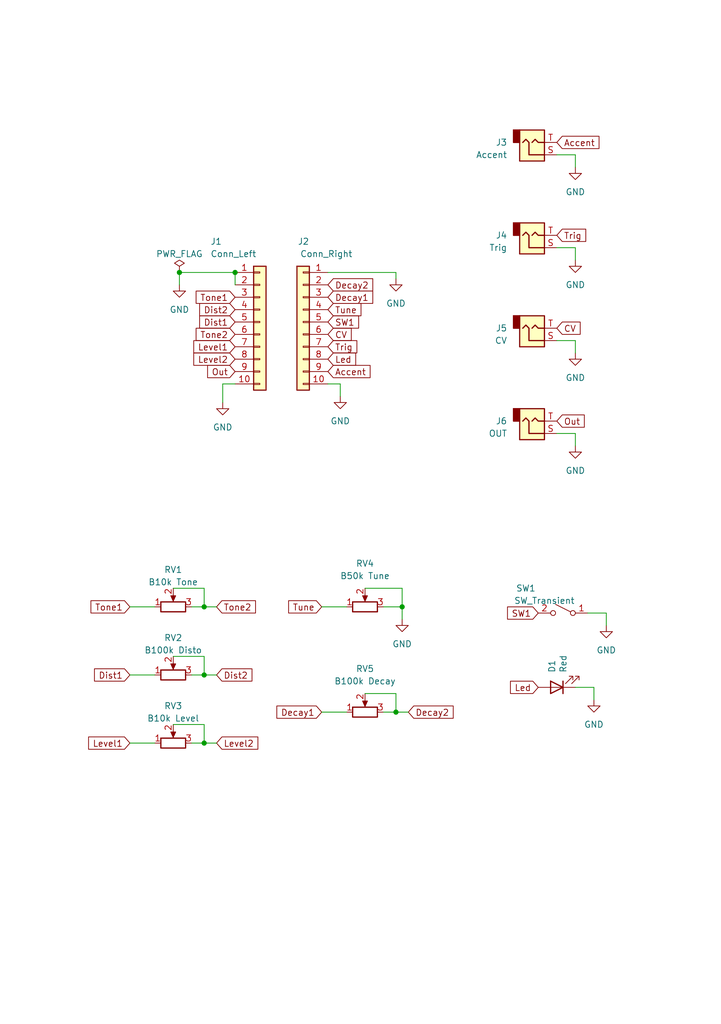
<source format=kicad_sch>
(kicad_sch (version 20230121) (generator eeschema)
  (paper "A5" portrait)
  (lib_symbols
    (symbol "Connector_Audio:AudioJack2"
      (property "Reference" "J" (at 0 8.89 0))
      (property "Value" "AudioJack2" (at 0 6.35 0))
      (symbol "AudioJack2_0_1"
        (rectangle (start -3.81 0) (end -2.54 -2.54) (stroke (width 0.254)) (fill (type outline)))
        (rectangle (start -2.54 3.81) (end 2.54 -2.54) (stroke (width 0.254)) (fill (type background)))
        (polyline (pts (xy 0 0) (xy 0.635 -0.635) (xy 1.27 0) (xy 2.54 0)) (stroke (width 0.254)))
        (polyline (pts (xy 2.54 2.54) (xy -0.635 2.54) (xy -0.635 0) (xy -1.27 -0.635) (xy -1.905 0)) (stroke (width 0.254)))
      )
      (symbol "AudioJack2_1_1"
        (pin passive line (at 5.08 2.54 180) (length 2.54) (name "~") (number "S"))
        (pin passive line (at 5.08 0 180) (length 2.54) (name "~") (number "T"))
      )
    )
    (symbol "Connector_Generic:Conn_01x10" (pin_names (offset 1.016) hide)
      (property "Reference" "J" (at 0 12.7 0))
      (property "Value" "Conn_01x10" (at 0 -15.24 0))
      (symbol "Conn_01x10_1_1"
        (rectangle (start -1.27 -12.573) (end 0 -12.827) (stroke (width 0.1524)))
        (rectangle (start -1.27 -10.033) (end 0 -10.287) (stroke (width 0.1524)))
        (rectangle (start -1.27 -7.493) (end 0 -7.747) (stroke (width 0.1524)))
        (rectangle (start -1.27 -4.953) (end 0 -5.207) (stroke (width 0.1524)))
        (rectangle (start -1.27 -2.413) (end 0 -2.667) (stroke (width 0.1524)))
        (rectangle (start -1.27 0.127) (end 0 -0.127) (stroke (width 0.1524)))
        (rectangle (start -1.27 2.667) (end 0 2.413) (stroke (width 0.1524)))
        (rectangle (start -1.27 5.207) (end 0 4.953) (stroke (width 0.1524)))
        (rectangle (start -1.27 7.747) (end 0 7.493) (stroke (width 0.1524)))
        (rectangle (start -1.27 10.287) (end 0 10.033) (stroke (width 0.1524)))
        (rectangle (start -1.27 11.43) (end 1.27 -13.97) (stroke (width 0.254)) (fill (type background)))
        (pin passive line (at -5.08 10.16 0) (length 3.81) (name "Pin_1") (number "1"))
        (pin passive line (at -5.08 -12.7 0) (length 3.81) (name "Pin_10") (number "10"))
        (pin passive line (at -5.08 7.62 0) (length 3.81) (name "Pin_2") (number "2"))
        (pin passive line (at -5.08 5.08 0) (length 3.81) (name "Pin_3") (number "3"))
        (pin passive line (at -5.08 2.54 0) (length 3.81) (name "Pin_4") (number "4"))
        (pin passive line (at -5.08 0 0) (length 3.81) (name "Pin_5") (number "5"))
        (pin passive line (at -5.08 -2.54 0) (length 3.81) (name "Pin_6") (number "6"))
        (pin passive line (at -5.08 -5.08 0) (length 3.81) (name "Pin_7") (number "7"))
        (pin passive line (at -5.08 -7.62 0) (length 3.81) (name "Pin_8") (number "8"))
        (pin passive line (at -5.08 -10.16 0) (length 3.81) (name "Pin_9") (number "9"))
      )
    )
    (symbol "Device:LED" (pin_numbers hide) (pin_names (offset 1.016) hide)
      (property "Reference" "D" (at 0 2.54 0))
      (property "Value" "LED" (at 0 -2.54 0))
      (symbol "LED_0_1"
        (polyline (pts (xy -1.27 -1.27) (xy -1.27 1.27)) (stroke (width 0.254)))
        (polyline (pts (xy -1.27 0) (xy 1.27 0)))
        (polyline (pts (xy 1.27 -1.27) (xy 1.27 1.27) (xy -1.27 0) (xy 1.27 -1.27)) (stroke (width 0.254)))
        (polyline (pts (xy -3.048 -0.762) (xy -4.572 -2.286) (xy -3.81 -2.286) (xy -4.572 -2.286) (xy -4.572 -1.524)))
        (polyline (pts (xy -1.778 -0.762) (xy -3.302 -2.286) (xy -2.54 -2.286) (xy -3.302 -2.286) (xy -3.302 -1.524)))
      )
      (symbol "LED_1_1"
        (pin passive line (at -3.81 0 0) (length 2.54) (name "K") (number "1"))
        (pin passive line (at 3.81 0 180) (length 2.54) (name "A") (number "2"))
      )
    )
    (symbol "Device:R_Potentiometer" (pin_names (offset 1.016) hide)
      (property "Reference" "RV" (at -4.445 0 90))
      (property "Value" "R_Potentiometer" (at -2.54 0 90))
      (symbol "R_Potentiometer_0_1"
        (polyline (pts (xy 2.54 0) (xy 1.524 0)))
        (polyline (pts (xy 1.143 0) (xy 2.286 0.508) (xy 2.286 -0.508) (xy 1.143 0)) (fill (type outline)))
        (rectangle (start 1.016 2.54) (end -1.016 -2.54) (stroke (width 0.254)))
      )
      (symbol "R_Potentiometer_1_1"
        (pin passive line (at 0 3.81 270) (length 1.27) (name "1") (number "1"))
        (pin passive line (at 3.81 0 180) (length 1.27) (name "2") (number "2"))
        (pin passive line (at 0 -3.81 90) (length 1.27) (name "3") (number "3"))
      )
    )
    (symbol "Switch:SW_SPST" (pin_names (offset 0) hide)
      (property "Reference" "SW" (at 0 3.175 0))
      (property "Value" "SW_SPST" (at 0 -2.54 0))
      (symbol "SW_SPST_0_0"
        (circle (center -2.032 0) (radius 0.508))
        (polyline (pts (xy -1.524 0.254) (xy 1.524 1.778)))
        (circle (center 2.032 0) (radius 0.508))
      )
      (symbol "SW_SPST_1_1"
        (pin passive line (at -5.08 0 0) (length 2.54) (name "A") (number "1"))
        (pin passive line (at 5.08 0 180) (length 2.54) (name "B") (number "2"))
      )
    )
    (symbol "power:GND" (power) (pin_names (offset 0))
      (property "Value" "GND" (at 0 -3.81 0))
      (symbol "GND_0_1"
        (polyline (pts (xy 0 0) (xy 0 -1.27) (xy 1.27 -1.27) (xy 0 -2.54) (xy -1.27 -1.27) (xy 0 -1.27)))
      )
      (symbol "GND_1_1"
        (pin power_in line (at 0 0 270) (length 0) hide (name "GND") (number "1"))
      )
    )
    (symbol "power:PWR_FLAG" (power) (pin_numbers hide) (pin_names (offset 0) hide)
      (property "Value" "PWR_FLAG" (at 0 3.81 0))
      (symbol "PWR_FLAG_0_0"
        (pin power_out line (at 0 0 90) (length 0) (name "pwr") (number "1"))
      )
      (symbol "PWR_FLAG_0_1"
        (polyline (pts (xy 0 0) (xy 0 1.27) (xy -1.016 1.905) (xy 0 2.54) (xy 1.016 1.905) (xy 0 1.27)))
      )
    )
  )
  (junction (at 82.55 124.46))
  (junction (at 81.28 146.05))
  (junction (at 41.91 138.43))
  (junction (at 48.26 55.88))
  (junction (at 41.91 152.4))
  (junction (at 41.91 124.46))
  (junction (at 36.83 55.88))
  (wire (pts (xy 114.3 50.8) (xy 118.11 50.8)))
  (wire (pts (xy 114.3 31.75) (xy 118.11 31.75)))
  (wire (pts (xy 35.56 148.59) (xy 41.91 148.59)))
  (wire (pts (xy 82.55 120.65) (xy 82.55 124.46)))
  (wire (pts (xy 81.28 142.24) (xy 81.28 146.05)))
  (wire (pts (xy 67.31 78.74) (xy 69.85 78.74)))
  (wire (pts (xy 41.91 152.4) (xy 44.45 152.4)))
  (wire (pts (xy 45.72 78.74) (xy 45.72 82.55)))
  (wire (pts (xy 78.74 124.46) (xy 82.55 124.46)))
  (wire (pts (xy 35.56 134.62) (xy 41.91 134.62)))
  (wire (pts (xy 124.46 125.73) (xy 124.46 128.27)))
  (wire (pts (xy 82.55 124.46) (xy 82.55 127)))
  (wire (pts (xy 74.93 142.24) (xy 81.28 142.24)))
  (wire (pts (xy 121.92 140.97) (xy 121.92 143.51)))
  (wire (pts (xy 69.85 78.74) (xy 69.85 81.28)))
  (wire (pts (xy 78.74 146.05) (xy 81.28 146.05)))
  (wire (pts (xy 118.11 69.85) (xy 118.11 72.39)))
  (wire (pts (xy 74.93 120.65) (xy 82.55 120.65)))
  (wire (pts (xy 36.83 58.42) (xy 36.83 55.88)))
  (wire (pts (xy 114.3 88.9) (xy 118.11 88.9)))
  (wire (pts (xy 66.04 146.05) (xy 71.12 146.05)))
  (wire (pts (xy 81.28 146.05) (xy 83.82 146.05)))
  (wire (pts (xy 39.37 138.43) (xy 41.91 138.43)))
  (wire (pts (xy 26.67 138.43) (xy 31.75 138.43)))
  (wire (pts (xy 39.37 124.46) (xy 41.91 124.46)))
  (wire (pts (xy 41.91 124.46) (xy 44.45 124.46)))
  (wire (pts (xy 26.67 124.46) (xy 31.75 124.46)))
  (wire (pts (xy 35.56 120.65) (xy 41.91 120.65)))
  (wire (pts (xy 41.91 138.43) (xy 44.45 138.43)))
  (wire (pts (xy 41.91 134.62) (xy 41.91 138.43)))
  (wire (pts (xy 118.11 50.8) (xy 118.11 53.34)))
  (wire (pts (xy 118.11 88.9) (xy 118.11 91.44)))
  (wire (pts (xy 48.26 55.88) (xy 48.26 58.42)))
  (wire (pts (xy 26.67 152.4) (xy 31.75 152.4)))
  (wire (pts (xy 41.91 120.65) (xy 41.91 124.46)))
  (wire (pts (xy 114.3 69.85) (xy 118.11 69.85)))
  (wire (pts (xy 67.31 55.88) (xy 81.28 55.88)))
  (wire (pts (xy 36.83 55.88) (xy 48.26 55.88)))
  (wire (pts (xy 81.28 55.88) (xy 81.28 57.15)))
  (wire (pts (xy 66.04 124.46) (xy 71.12 124.46)))
  (wire (pts (xy 39.37 152.4) (xy 41.91 152.4)))
  (wire (pts (xy 48.26 78.74) (xy 45.72 78.74)))
  (wire (pts (xy 120.65 125.73) (xy 124.46 125.73)))
  (wire (pts (xy 41.91 148.59) (xy 41.91 152.4)))
  (wire (pts (xy 118.11 31.75) (xy 118.11 34.29)))
  (wire (pts (xy 118.11 140.97) (xy 121.92 140.97)))
  (global_label "CV" (shape input) (at 67.31 68.58 0) (property "Intersheetrefs" "${INTERSHEET_REFS}" (effects hide)))
  (global_label "Tune" (shape input) (at 66.04 124.46 180) (property "Intersheetrefs" "${INTERSHEET_REFS}" (effects hide)))
  (global_label "Dist1" (shape input) (at 48.26 66.04 180) (property "Intersheetrefs" "${INTERSHEET_REFS}" (effects hide)))
  (global_label "Dist1" (shape input) (at 26.67 138.43 180) (property "Intersheetrefs" "${INTERSHEET_REFS}" (effects hide)))
  (global_label "Out" (shape input) (at 114.3 86.36 0) (property "Intersheetrefs" "${INTERSHEET_REFS}" (effects hide)))
  (global_label "Level2" (shape input) (at 44.45 152.4 0) (property "Intersheetrefs" "${INTERSHEET_REFS}" (effects hide)))
  (global_label "Trig" (shape input) (at 67.31 71.12 0) (property "Intersheetrefs" "${INTERSHEET_REFS}" (effects hide)))
  (global_label "Tone2" (shape input) (at 48.26 68.58 180) (property "Intersheetrefs" "${INTERSHEET_REFS}" (effects hide)))
  (global_label "Accent" (shape input) (at 114.3 29.21 0) (property "Intersheetrefs" "${INTERSHEET_REFS}" (effects hide)))
  (global_label "Decay2" (shape input) (at 67.31 58.42 0) (property "Intersheetrefs" "${INTERSHEET_REFS}" (effects hide)))
  (global_label "CV" (shape input) (at 114.3 67.31 0) (property "Intersheetrefs" "${INTERSHEET_REFS}" (effects hide)))
  (global_label "SW1" (shape input) (at 110.49 125.73 180) (property "Intersheetrefs" "${INTERSHEET_REFS}" (effects hide)))
  (global_label "Dist2" (shape input) (at 44.45 138.43 0) (property "Intersheetrefs" "${INTERSHEET_REFS}" (effects hide)))
  (global_label "Accent" (shape input) (at 67.31 76.2 0) (property "Intersheetrefs" "${INTERSHEET_REFS}" (effects hide)))
  (global_label "Tone1" (shape input) (at 48.26 60.96 180) (property "Intersheetrefs" "${INTERSHEET_REFS}" (effects hide)))
  (global_label "SW1" (shape input) (at 67.31 66.04 0) (property "Intersheetrefs" "${INTERSHEET_REFS}" (effects hide)))
  (global_label "Trig" (shape input) (at 114.3 48.26 0) (property "Intersheetrefs" "${INTERSHEET_REFS}" (effects hide)))
  (global_label "Led" (shape input) (at 67.31 73.66 0) (property "Intersheetrefs" "${INTERSHEET_REFS}" (effects hide)))
  (global_label "Tune" (shape input) (at 67.31 63.5 0) (property "Intersheetrefs" "${INTERSHEET_REFS}" (effects hide)))
  (global_label "Decay1" (shape input) (at 66.04 146.05 180) (property "Intersheetrefs" "${INTERSHEET_REFS}" (effects hide)))
  (global_label "Dist2" (shape input) (at 48.26 63.5 180) (property "Intersheetrefs" "${INTERSHEET_REFS}" (effects hide)))
  (global_label "Out" (shape input) (at 48.26 76.2 180) (property "Intersheetrefs" "${INTERSHEET_REFS}" (effects hide)))
  (global_label "Led" (shape input) (at 110.49 140.97 180) (property "Intersheetrefs" "${INTERSHEET_REFS}" (effects hide)))
  (global_label "Level1" (shape input) (at 48.26 71.12 180) (property "Intersheetrefs" "${INTERSHEET_REFS}" (effects hide)))
  (global_label "Level2" (shape input) (at 48.26 73.66 180) (property "Intersheetrefs" "${INTERSHEET_REFS}" (effects hide)))
  (global_label "Tone1" (shape input) (at 26.67 124.46 180) (property "Intersheetrefs" "${INTERSHEET_REFS}" (effects hide)))
  (global_label "Level1" (shape input) (at 26.67 152.4 180) (property "Intersheetrefs" "${INTERSHEET_REFS}" (effects hide)))
  (global_label "Decay2" (shape input) (at 83.82 146.05 0) (property "Intersheetrefs" "${INTERSHEET_REFS}" (effects hide)))
  (global_label "Decay1" (shape input) (at 67.31 60.96 0) (property "Intersheetrefs" "${INTERSHEET_REFS}" (effects hide)))
  (global_label "Tone2" (shape input) (at 44.45 124.46 0) (property "Intersheetrefs" "${INTERSHEET_REFS}" (effects hide)))
  (symbol (lib_id "Device:R_Potentiometer") (at 74.93 146.05 90) (unit 1)
    (property "Reference" "RV5" (at 74.93 137.16 90))
    (property "Value" "B100k Decay" (at 74.93 139.7 90))
    (property "Footprint" "Drum-K:Potentiometer_Alps_RK09L_Single_Vertical" (effects hide))
  )
  (symbol (lib_id "power:GND") (at 69.85 81.28 0) (unit 1)
    (property "Reference" "#PWR03" (effects hide))
    (property "Value" "GND" (at 69.85 86.36 0))
  )
  (symbol (lib_id "Device:R_Potentiometer") (at 35.56 138.43 90) (unit 1)
    (property "Reference" "RV2" (at 35.56 130.81 90))
    (property "Value" "B100k Disto" (at 35.56 133.35 90))
    (property "Footprint" "Drum-K:Potentiometer_Alps_RK09L_Single_Vertical" (effects hide))
  )
  (symbol (lib_id "power:PWR_FLAG") (at 36.83 55.88 0) (unit 1)
    (property "Reference" "#FLG01" (effects hide))
    (property "Value" "PWR_FLAG" (at 36.83 52.07 0))
  )
  (symbol (lib_id "Connector_Generic:Conn_01x10") (at 53.34 66.04 0) (unit 1)
    (property "Reference" "J1" (at 43.18 49.53 0) (effects (justify left)))
    (property "Value" "Conn_Left" (at 43.18 52.07 0) (effects (justify left)))
    (property "Footprint" "Drum-K:PinHeader_1x10" (effects hide))
  )
  (symbol (lib_id "Device:R_Potentiometer") (at 35.56 152.4 90) (unit 1)
    (property "Reference" "RV3" (at 35.56 144.78 90))
    (property "Value" "B10k Level" (at 35.56 147.32 90))
    (property "Footprint" "Drum-K:Potentiometer_Alps_RK09L_Single_Vertical" (effects hide))
  )
  (symbol (lib_id "Connector_Audio:AudioJack2") (at 109.22 67.31 0) (mirror x) (unit 1)
    (property "Reference" "J5" (at 104.14 67.31 0) (effects (justify right)))
    (property "Value" "CV" (at 104.14 69.85 0) (effects (justify right)))
    (property "Footprint" "Drum-K:Jack_3.5mm_Vertical" (effects hide))
  )
  (symbol (lib_id "Device:R_Potentiometer") (at 35.56 124.46 90) (unit 1)
    (property "Reference" "RV1" (at 35.56 116.84 90))
    (property "Value" "B10k Tone" (at 35.56 119.38 90))
    (property "Footprint" "Drum-K:Potentiometer_Alps_RK09L_Single_Vertical" (effects hide))
  )
  (symbol (lib_id "power:GND") (at 118.11 34.29 0) (unit 1)
    (property "Reference" "#PWR06" (effects hide))
    (property "Value" "GND" (at 118.11 39.37 0))
  )
  (symbol (lib_id "Connector_Generic:Conn_01x10") (at 62.23 66.04 0) (mirror y) (unit 1)
    (property "Reference" "J2" (at 63.5 49.53 0) (effects (justify left)))
    (property "Value" "Conn_Right" (at 72.39 52.07 0) (effects (justify left)))
    (property "Footprint" "Drum-K:PinHeader_1x10" (effects hide))
  )
  (symbol (lib_id "power:GND") (at 81.28 57.15 0) (unit 1)
    (property "Reference" "#PWR04" (effects hide))
    (property "Value" "GND" (at 81.28 62.23 0))
  )
  (symbol (lib_id "power:GND") (at 118.11 72.39 0) (unit 1)
    (property "Reference" "#PWR08" (effects hide))
    (property "Value" "GND" (at 118.11 77.47 0))
  )
  (symbol (lib_id "power:GND") (at 118.11 91.44 0) (unit 1)
    (property "Reference" "#PWR09" (effects hide))
    (property "Value" "GND" (at 118.11 96.52 0))
  )
  (symbol (lib_id "Switch:SW_SPST") (at 115.57 125.73 0) (mirror y) (unit 1)
    (property "Reference" "SW1" (at 107.95 120.65 0))
    (property "Value" "SW_Transient" (at 111.76 123.19 0))
    (property "Footprint" "Drum-K:Switch_MTS102" (effects hide))
  )
  (symbol (lib_id "Connector_Audio:AudioJack2") (at 109.22 48.26 0) (mirror x) (unit 1)
    (property "Reference" "J4" (at 104.14 48.26 0) (effects (justify right)))
    (property "Value" "Trig" (at 104.14 50.8 0) (effects (justify right)))
    (property "Footprint" "Drum-K:Jack_3.5mm_Vertical" (effects hide))
  )
  (symbol (lib_id "power:GND") (at 124.46 128.27 0) (unit 1)
    (property "Reference" "#PWR011" (effects hide))
    (property "Value" "GND" (at 124.46 133.35 0))
  )
  (symbol (lib_id "power:GND") (at 121.92 143.51 0) (unit 1)
    (property "Reference" "#PWR010" (effects hide))
    (property "Value" "GND" (at 121.92 148.59 0))
  )
  (symbol (lib_id "Device:R_Potentiometer") (at 74.93 124.46 90) (unit 1)
    (property "Reference" "RV4" (at 74.93 115.57 90))
    (property "Value" "B50k Tune" (at 74.93 118.11 90))
    (property "Footprint" "Drum-K:Potentiometer_Alps_RK09L_Single_Vertical" (effects hide))
  )
  (symbol (lib_id "power:GND") (at 36.83 58.42 0) (unit 1)
    (property "Reference" "#PWR01" (effects hide))
    (property "Value" "GND" (at 36.83 63.5 0))
  )
  (symbol (lib_id "Connector_Audio:AudioJack2") (at 109.22 29.21 0) (mirror x) (unit 1)
    (property "Reference" "J3" (at 104.14 29.21 0) (effects (justify right)))
    (property "Value" "Accent" (at 104.14 31.75 0) (effects (justify right)))
    (property "Footprint" "Drum-K:Jack_3.5mm_Vertical" (effects hide))
  )
  (symbol (lib_id "Connector_Audio:AudioJack2") (at 109.22 86.36 0) (mirror x) (unit 1)
    (property "Reference" "J6" (at 104.14 86.36 0) (effects (justify right)))
    (property "Value" "OUT" (at 104.14 88.9 0) (effects (justify right)))
    (property "Footprint" "Drum-K:Jack_3.5mm_Vertical" (effects hide))
  )
  (symbol (lib_id "Device:LED") (at 114.3 140.97 180) (unit 1)
    (property "Reference" "D1" (at 113.3094 137.9982 90) (effects (justify right)))
    (property "Value" "Red" (at 115.6208 137.9982 90) (effects (justify right)))
    (property "Footprint" "Drum-K:LED_D5.0mm" (effects hide))
  )
  (symbol (lib_id "power:GND") (at 45.72 82.55 0) (unit 1)
    (property "Reference" "#PWR02" (effects hide))
    (property "Value" "GND" (at 45.72 87.63 0))
  )
  (symbol (lib_id "power:GND") (at 118.11 53.34 0) (unit 1)
    (property "Reference" "#PWR07" (effects hide))
    (property "Value" "GND" (at 118.11 58.42 0))
  )
  (symbol (lib_id "power:GND") (at 82.55 127 0) (unit 1)
    (property "Reference" "#PWR05" (effects hide))
    (property "Value" "GND" (at 82.55 132.08 0))
  )
)
</source>
